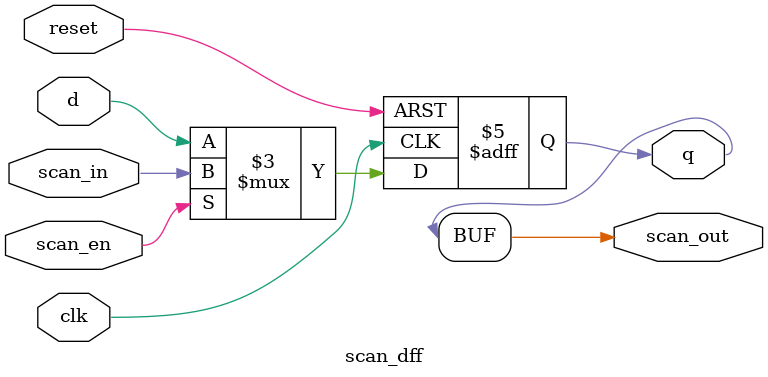
<source format=v>
module scan_dff (
    input clk,
    input reset,
    input scan_en,
    input scan_in,
    input d,
    output reg q,
    output wire scan_out );
    always @(posedge clk or posedge reset) begin
        if (reset)
            q <= 1'b0;
        else if (scan_en)
            q <= scan_in;
        else
            q <= d;
    end
    assign scan_out = q;
endmodule

</source>
